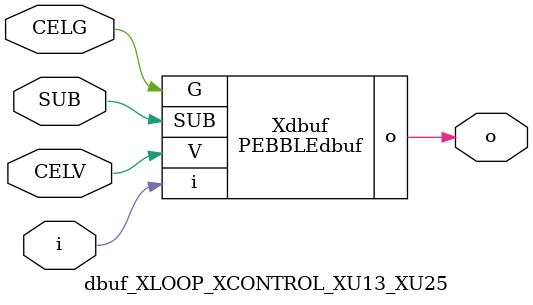
<source format=v>



module PEBBLEdbuf ( o, G, SUB, V, i );

  input V;
  input i;
  input G;
  output o;
  input SUB;
endmodule

//Celera Confidential Do Not Copy dbuf_XLOOP_XCONTROL_XU13_XU25
//Celera Confidential Symbol Generator
//Digital Buffer
module dbuf_XLOOP_XCONTROL_XU13_XU25 (CELV,CELG,i,o,SUB);
input CELV;
input CELG;
input i;
input SUB;
output o;

//Celera Confidential Do Not Copy dbuf
PEBBLEdbuf Xdbuf(
.V (CELV),
.i (i),
.o (o),
.SUB (SUB),
.G (CELG)
);
//,diesize,PEBBLEdbuf

//Celera Confidential Do Not Copy Module End
//Celera Schematic Generator
endmodule

</source>
